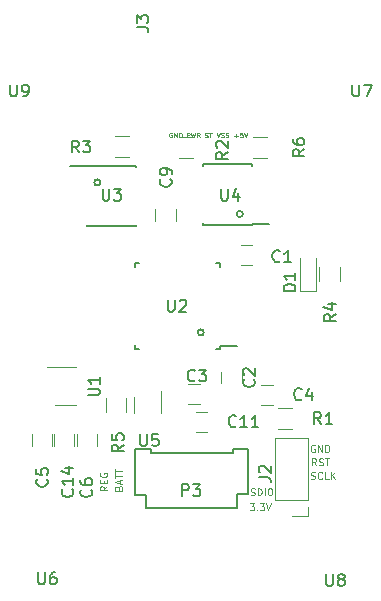
<source format=gto>
G04 #@! TF.GenerationSoftware,KiCad,Pcbnew,(5.0.1)-4*
G04 #@! TF.CreationDate,2019-02-22T19:20:15-06:00*
G04 #@! TF.ProjectId,epoch,65706F63682E6B696361645F70636200,rev?*
G04 #@! TF.SameCoordinates,Original*
G04 #@! TF.FileFunction,Legend,Top*
G04 #@! TF.FilePolarity,Positive*
%FSLAX46Y46*%
G04 Gerber Fmt 4.6, Leading zero omitted, Abs format (unit mm)*
G04 Created by KiCad (PCBNEW (5.0.1)-4) date 2/22/2019 7:20:15 PM*
%MOMM*%
%LPD*%
G01*
G04 APERTURE LIST*
%ADD10C,0.100000*%
%ADD11C,0.125000*%
%ADD12C,0.200000*%
%ADD13C,0.120000*%
%ADD14C,0.150000*%
G04 APERTURE END LIST*
D10*
X113695238Y-55050000D02*
X113657142Y-55030952D01*
X113600000Y-55030952D01*
X113542857Y-55050000D01*
X113504761Y-55088095D01*
X113485714Y-55126190D01*
X113466666Y-55202380D01*
X113466666Y-55259523D01*
X113485714Y-55335714D01*
X113504761Y-55373809D01*
X113542857Y-55411904D01*
X113600000Y-55430952D01*
X113638095Y-55430952D01*
X113695238Y-55411904D01*
X113714285Y-55392857D01*
X113714285Y-55259523D01*
X113638095Y-55259523D01*
X113885714Y-55430952D02*
X113885714Y-55030952D01*
X114114285Y-55430952D01*
X114114285Y-55030952D01*
X114304761Y-55430952D02*
X114304761Y-55030952D01*
X114400000Y-55030952D01*
X114457142Y-55050000D01*
X114495238Y-55088095D01*
X114514285Y-55126190D01*
X114533333Y-55202380D01*
X114533333Y-55259523D01*
X114514285Y-55335714D01*
X114495238Y-55373809D01*
X114457142Y-55411904D01*
X114400000Y-55430952D01*
X114304761Y-55430952D01*
X114966666Y-55430952D02*
X114966666Y-55030952D01*
X115119047Y-55030952D01*
X115157142Y-55050000D01*
X115176190Y-55069047D01*
X115195238Y-55107142D01*
X115195238Y-55164285D01*
X115176190Y-55202380D01*
X115157142Y-55221428D01*
X115119047Y-55240476D01*
X114966666Y-55240476D01*
X115328571Y-55030952D02*
X115423809Y-55430952D01*
X115500000Y-55145238D01*
X115576190Y-55430952D01*
X115671428Y-55030952D01*
X116052380Y-55430952D02*
X115919047Y-55240476D01*
X115823809Y-55430952D02*
X115823809Y-55030952D01*
X115976190Y-55030952D01*
X116014285Y-55050000D01*
X116033333Y-55069047D01*
X116052380Y-55107142D01*
X116052380Y-55164285D01*
X116033333Y-55202380D01*
X116014285Y-55221428D01*
X115976190Y-55240476D01*
X115823809Y-55240476D01*
X116483333Y-55411904D02*
X116540476Y-55430952D01*
X116635714Y-55430952D01*
X116673809Y-55411904D01*
X116692857Y-55392857D01*
X116711904Y-55354761D01*
X116711904Y-55316666D01*
X116692857Y-55278571D01*
X116673809Y-55259523D01*
X116635714Y-55240476D01*
X116559523Y-55221428D01*
X116521428Y-55202380D01*
X116502380Y-55183333D01*
X116483333Y-55145238D01*
X116483333Y-55107142D01*
X116502380Y-55069047D01*
X116521428Y-55050000D01*
X116559523Y-55030952D01*
X116654761Y-55030952D01*
X116711904Y-55050000D01*
X116826190Y-55030952D02*
X117054761Y-55030952D01*
X116940476Y-55430952D02*
X116940476Y-55030952D01*
X117485714Y-55030952D02*
X117619047Y-55430952D01*
X117752380Y-55030952D01*
X117866666Y-55411904D02*
X117923809Y-55430952D01*
X118019047Y-55430952D01*
X118057142Y-55411904D01*
X118076190Y-55392857D01*
X118095238Y-55354761D01*
X118095238Y-55316666D01*
X118076190Y-55278571D01*
X118057142Y-55259523D01*
X118019047Y-55240476D01*
X117942857Y-55221428D01*
X117904761Y-55202380D01*
X117885714Y-55183333D01*
X117866666Y-55145238D01*
X117866666Y-55107142D01*
X117885714Y-55069047D01*
X117904761Y-55050000D01*
X117942857Y-55030952D01*
X118038095Y-55030952D01*
X118095238Y-55050000D01*
X118247619Y-55411904D02*
X118304761Y-55430952D01*
X118400000Y-55430952D01*
X118438095Y-55411904D01*
X118457142Y-55392857D01*
X118476190Y-55354761D01*
X118476190Y-55316666D01*
X118457142Y-55278571D01*
X118438095Y-55259523D01*
X118400000Y-55240476D01*
X118323809Y-55221428D01*
X118285714Y-55202380D01*
X118266666Y-55183333D01*
X118247619Y-55145238D01*
X118247619Y-55107142D01*
X118266666Y-55069047D01*
X118285714Y-55050000D01*
X118323809Y-55030952D01*
X118419047Y-55030952D01*
X118476190Y-55050000D01*
X118985714Y-55278571D02*
X119290476Y-55278571D01*
X119138095Y-55430952D02*
X119138095Y-55126190D01*
X119671428Y-55030952D02*
X119480952Y-55030952D01*
X119461904Y-55221428D01*
X119480952Y-55202380D01*
X119519047Y-55183333D01*
X119614285Y-55183333D01*
X119652380Y-55202380D01*
X119671428Y-55221428D01*
X119690476Y-55259523D01*
X119690476Y-55354761D01*
X119671428Y-55392857D01*
X119652380Y-55411904D01*
X119614285Y-55430952D01*
X119519047Y-55430952D01*
X119480952Y-55411904D01*
X119461904Y-55392857D01*
X119804761Y-55030952D02*
X119938095Y-55430952D01*
X120071428Y-55030952D01*
D11*
X109177142Y-85126428D02*
X109205714Y-85040714D01*
X109234285Y-85012142D01*
X109291428Y-84983571D01*
X109377142Y-84983571D01*
X109434285Y-85012142D01*
X109462857Y-85040714D01*
X109491428Y-85097857D01*
X109491428Y-85326428D01*
X108891428Y-85326428D01*
X108891428Y-85126428D01*
X108920000Y-85069285D01*
X108948571Y-85040714D01*
X109005714Y-85012142D01*
X109062857Y-85012142D01*
X109120000Y-85040714D01*
X109148571Y-85069285D01*
X109177142Y-85126428D01*
X109177142Y-85326428D01*
X109320000Y-84755000D02*
X109320000Y-84469285D01*
X109491428Y-84812142D02*
X108891428Y-84612142D01*
X109491428Y-84412142D01*
X108891428Y-84297857D02*
X108891428Y-83955000D01*
X109491428Y-84126428D02*
X108891428Y-84126428D01*
X108891428Y-83840714D02*
X108891428Y-83497857D01*
X109491428Y-83669285D02*
X108891428Y-83669285D01*
X108221428Y-84967714D02*
X107935714Y-85167714D01*
X108221428Y-85310571D02*
X107621428Y-85310571D01*
X107621428Y-85082000D01*
X107650000Y-85024857D01*
X107678571Y-84996285D01*
X107735714Y-84967714D01*
X107821428Y-84967714D01*
X107878571Y-84996285D01*
X107907142Y-85024857D01*
X107935714Y-85082000D01*
X107935714Y-85310571D01*
X107907142Y-84710571D02*
X107907142Y-84510571D01*
X108221428Y-84424857D02*
X108221428Y-84710571D01*
X107621428Y-84710571D01*
X107621428Y-84424857D01*
X107650000Y-83853428D02*
X107621428Y-83910571D01*
X107621428Y-83996285D01*
X107650000Y-84082000D01*
X107707142Y-84139142D01*
X107764285Y-84167714D01*
X107878571Y-84196285D01*
X107964285Y-84196285D01*
X108078571Y-84167714D01*
X108135714Y-84139142D01*
X108192857Y-84082000D01*
X108221428Y-83996285D01*
X108221428Y-83939142D01*
X108192857Y-83853428D01*
X108164285Y-83824857D01*
X107964285Y-83824857D01*
X107964285Y-83939142D01*
D12*
X116403317Y-71945500D02*
G75*
G03X116403317Y-71945500I-261817J0D01*
G01*
X119705317Y-61912500D02*
G75*
G03X119705317Y-61912500I-261817J0D01*
G01*
D11*
X120272285Y-86412428D02*
X120643714Y-86412428D01*
X120443714Y-86641000D01*
X120529428Y-86641000D01*
X120586571Y-86669571D01*
X120615142Y-86698142D01*
X120643714Y-86755285D01*
X120643714Y-86898142D01*
X120615142Y-86955285D01*
X120586571Y-86983857D01*
X120529428Y-87012428D01*
X120358000Y-87012428D01*
X120300857Y-86983857D01*
X120272285Y-86955285D01*
X120900857Y-86955285D02*
X120929428Y-86983857D01*
X120900857Y-87012428D01*
X120872285Y-86983857D01*
X120900857Y-86955285D01*
X120900857Y-87012428D01*
X121129428Y-86412428D02*
X121500857Y-86412428D01*
X121300857Y-86641000D01*
X121386571Y-86641000D01*
X121443714Y-86669571D01*
X121472285Y-86698142D01*
X121500857Y-86755285D01*
X121500857Y-86898142D01*
X121472285Y-86955285D01*
X121443714Y-86983857D01*
X121386571Y-87012428D01*
X121215142Y-87012428D01*
X121158000Y-86983857D01*
X121129428Y-86955285D01*
X121672285Y-86412428D02*
X121872285Y-87012428D01*
X122072285Y-86412428D01*
X120356428Y-85713857D02*
X120442142Y-85742428D01*
X120585000Y-85742428D01*
X120642142Y-85713857D01*
X120670714Y-85685285D01*
X120699285Y-85628142D01*
X120699285Y-85571000D01*
X120670714Y-85513857D01*
X120642142Y-85485285D01*
X120585000Y-85456714D01*
X120470714Y-85428142D01*
X120413571Y-85399571D01*
X120385000Y-85371000D01*
X120356428Y-85313857D01*
X120356428Y-85256714D01*
X120385000Y-85199571D01*
X120413571Y-85171000D01*
X120470714Y-85142428D01*
X120613571Y-85142428D01*
X120699285Y-85171000D01*
X120956428Y-85742428D02*
X120956428Y-85142428D01*
X121099285Y-85142428D01*
X121185000Y-85171000D01*
X121242142Y-85228142D01*
X121270714Y-85285285D01*
X121299285Y-85399571D01*
X121299285Y-85485285D01*
X121270714Y-85599571D01*
X121242142Y-85656714D01*
X121185000Y-85713857D01*
X121099285Y-85742428D01*
X120956428Y-85742428D01*
X121556428Y-85742428D02*
X121556428Y-85142428D01*
X121956428Y-85142428D02*
X122070714Y-85142428D01*
X122127857Y-85171000D01*
X122185000Y-85228142D01*
X122213571Y-85342428D01*
X122213571Y-85542428D01*
X122185000Y-85656714D01*
X122127857Y-85713857D01*
X122070714Y-85742428D01*
X121956428Y-85742428D01*
X121899285Y-85713857D01*
X121842142Y-85656714D01*
X121813571Y-85542428D01*
X121813571Y-85342428D01*
X121842142Y-85228142D01*
X121899285Y-85171000D01*
X121956428Y-85142428D01*
X125477714Y-84316857D02*
X125563428Y-84345428D01*
X125706285Y-84345428D01*
X125763428Y-84316857D01*
X125792000Y-84288285D01*
X125820571Y-84231142D01*
X125820571Y-84174000D01*
X125792000Y-84116857D01*
X125763428Y-84088285D01*
X125706285Y-84059714D01*
X125592000Y-84031142D01*
X125534857Y-84002571D01*
X125506285Y-83974000D01*
X125477714Y-83916857D01*
X125477714Y-83859714D01*
X125506285Y-83802571D01*
X125534857Y-83774000D01*
X125592000Y-83745428D01*
X125734857Y-83745428D01*
X125820571Y-83774000D01*
X126420571Y-84288285D02*
X126392000Y-84316857D01*
X126306285Y-84345428D01*
X126249142Y-84345428D01*
X126163428Y-84316857D01*
X126106285Y-84259714D01*
X126077714Y-84202571D01*
X126049142Y-84088285D01*
X126049142Y-84002571D01*
X126077714Y-83888285D01*
X126106285Y-83831142D01*
X126163428Y-83774000D01*
X126249142Y-83745428D01*
X126306285Y-83745428D01*
X126392000Y-83774000D01*
X126420571Y-83802571D01*
X126963428Y-84345428D02*
X126677714Y-84345428D01*
X126677714Y-83745428D01*
X127163428Y-84345428D02*
X127163428Y-83745428D01*
X127506285Y-84345428D02*
X127249142Y-84002571D01*
X127506285Y-83745428D02*
X127163428Y-84088285D01*
X125909428Y-83202428D02*
X125709428Y-82916714D01*
X125566571Y-83202428D02*
X125566571Y-82602428D01*
X125795142Y-82602428D01*
X125852285Y-82631000D01*
X125880857Y-82659571D01*
X125909428Y-82716714D01*
X125909428Y-82802428D01*
X125880857Y-82859571D01*
X125852285Y-82888142D01*
X125795142Y-82916714D01*
X125566571Y-82916714D01*
X126138000Y-83173857D02*
X126223714Y-83202428D01*
X126366571Y-83202428D01*
X126423714Y-83173857D01*
X126452285Y-83145285D01*
X126480857Y-83088142D01*
X126480857Y-83031000D01*
X126452285Y-82973857D01*
X126423714Y-82945285D01*
X126366571Y-82916714D01*
X126252285Y-82888142D01*
X126195142Y-82859571D01*
X126166571Y-82831000D01*
X126138000Y-82773857D01*
X126138000Y-82716714D01*
X126166571Y-82659571D01*
X126195142Y-82631000D01*
X126252285Y-82602428D01*
X126395142Y-82602428D01*
X126480857Y-82631000D01*
X126652285Y-82602428D02*
X126995142Y-82602428D01*
X126823714Y-83202428D02*
X126823714Y-82602428D01*
X125780857Y-81488000D02*
X125723714Y-81459428D01*
X125638000Y-81459428D01*
X125552285Y-81488000D01*
X125495142Y-81545142D01*
X125466571Y-81602285D01*
X125438000Y-81716571D01*
X125438000Y-81802285D01*
X125466571Y-81916571D01*
X125495142Y-81973714D01*
X125552285Y-82030857D01*
X125638000Y-82059428D01*
X125695142Y-82059428D01*
X125780857Y-82030857D01*
X125809428Y-82002285D01*
X125809428Y-81802285D01*
X125695142Y-81802285D01*
X126066571Y-82059428D02*
X126066571Y-81459428D01*
X126409428Y-82059428D01*
X126409428Y-81459428D01*
X126695142Y-82059428D02*
X126695142Y-81459428D01*
X126838000Y-81459428D01*
X126923714Y-81488000D01*
X126980857Y-81545142D01*
X127009428Y-81602285D01*
X127038000Y-81716571D01*
X127038000Y-81802285D01*
X127009428Y-81916571D01*
X126980857Y-81973714D01*
X126923714Y-82030857D01*
X126838000Y-82059428D01*
X126695142Y-82059428D01*
D12*
X107640317Y-59245500D02*
G75*
G03X107640317Y-59245500I-261817J0D01*
G01*
D13*
G04 #@! TO.C,U1*
X103811500Y-78127500D02*
X105611500Y-78127500D01*
X105611500Y-74907500D02*
X103161500Y-74907500D01*
D14*
G04 #@! TO.C,P3*
X117800000Y-82123000D02*
X118900000Y-82123000D01*
X118900000Y-82123000D02*
X118900000Y-81823000D01*
X118900000Y-81823000D02*
X120100000Y-81823000D01*
X120100000Y-81823000D02*
X120100000Y-85623000D01*
X120100000Y-85623000D02*
X119200000Y-85623000D01*
X119200000Y-85623000D02*
X119200000Y-86823000D01*
X119200000Y-86823000D02*
X111500000Y-86823000D01*
X111500000Y-86823000D02*
X111500000Y-85723000D01*
X111500000Y-85723000D02*
X110600000Y-85723000D01*
X110600000Y-85723000D02*
X110600000Y-81823000D01*
X110600000Y-81823000D02*
X111900000Y-81823000D01*
X111900000Y-81823000D02*
X111900000Y-82123000D01*
X111900000Y-82123000D02*
X117800000Y-82123000D01*
D13*
G04 #@! TO.C,C1*
X120515000Y-64555000D02*
X119515000Y-64555000D01*
X119515000Y-66255000D02*
X120515000Y-66255000D01*
G04 #@! TO.C,C2*
X119595000Y-76255500D02*
X119595000Y-75255500D01*
X117895000Y-75255500D02*
X117895000Y-76255500D01*
G04 #@! TO.C,C3*
X116070000Y-76302500D02*
X115070000Y-76302500D01*
X115070000Y-78002500D02*
X116070000Y-78002500D01*
G04 #@! TO.C,C4*
X121229500Y-78066000D02*
X122229500Y-78066000D01*
X122229500Y-76366000D02*
X121229500Y-76366000D01*
G04 #@! TO.C,C5*
X101829500Y-80526000D02*
X101829500Y-81526000D01*
X103529500Y-81526000D02*
X103529500Y-80526000D01*
G04 #@! TO.C,C6*
X107339500Y-81526000D02*
X107339500Y-80526000D01*
X105639500Y-80526000D02*
X105639500Y-81526000D01*
G04 #@! TO.C,C9*
X112307000Y-61476000D02*
X112307000Y-62476000D01*
X114007000Y-62476000D02*
X114007000Y-61476000D01*
G04 #@! TO.C,C11*
X116705000Y-78652000D02*
X115705000Y-78652000D01*
X115705000Y-80352000D02*
X116705000Y-80352000D01*
G04 #@! TO.C,C14*
X105434500Y-81526000D02*
X105434500Y-80526000D01*
X103734500Y-80526000D02*
X103734500Y-81526000D01*
G04 #@! TO.C,J2*
X125215000Y-86106000D02*
X125215000Y-80906000D01*
X125215000Y-80906000D02*
X122435000Y-80906000D01*
X122435000Y-80906000D02*
X122435000Y-86106000D01*
X122435000Y-86106000D02*
X125215000Y-86106000D01*
X125215000Y-86741000D02*
X125215000Y-87496000D01*
X125215000Y-87496000D02*
X123825000Y-87496000D01*
G04 #@! TO.C,R1*
X122653500Y-78368000D02*
X123853500Y-78368000D01*
X123853500Y-80128000D02*
X122653500Y-80128000D01*
G04 #@! TO.C,R2*
X114271500Y-55381000D02*
X115471500Y-55381000D01*
X115471500Y-57141000D02*
X114271500Y-57141000D01*
G04 #@! TO.C,R3*
X110074000Y-57077500D02*
X108874000Y-57077500D01*
X108874000Y-55317500D02*
X110074000Y-55317500D01*
G04 #@! TO.C,R5*
X109846000Y-77505000D02*
X109846000Y-78705000D01*
X108086000Y-78705000D02*
X108086000Y-77505000D01*
D14*
G04 #@! TO.C,U2*
X117798000Y-73348000D02*
X117798000Y-73123000D01*
X110548000Y-73348000D02*
X110548000Y-73023000D01*
X110548000Y-66098000D02*
X110548000Y-66423000D01*
X117798000Y-66098000D02*
X117798000Y-66423000D01*
X117798000Y-73348000D02*
X117473000Y-73348000D01*
X117798000Y-66098000D02*
X117473000Y-66098000D01*
X110548000Y-66098000D02*
X110873000Y-66098000D01*
X110548000Y-73348000D02*
X110873000Y-73348000D01*
X117798000Y-73123000D02*
X119223000Y-73123000D01*
G04 #@! TO.C,U3*
X106510000Y-57813500D02*
X106510000Y-57863500D01*
X110660000Y-57813500D02*
X110660000Y-57958500D01*
X110660000Y-62963500D02*
X110660000Y-62818500D01*
X106510000Y-62963500D02*
X106510000Y-62818500D01*
X106510000Y-57813500D02*
X110660000Y-57813500D01*
X106510000Y-62963500D02*
X110660000Y-62963500D01*
X106510000Y-57863500D02*
X105110000Y-57863500D01*
G04 #@! TO.C,U4*
X120502500Y-62836500D02*
X120502500Y-62786500D01*
X116352500Y-62836500D02*
X116352500Y-62691500D01*
X116352500Y-57686500D02*
X116352500Y-57831500D01*
X120502500Y-57686500D02*
X120502500Y-57831500D01*
X120502500Y-62836500D02*
X116352500Y-62836500D01*
X120502500Y-57686500D02*
X116352500Y-57686500D01*
X120502500Y-62786500D02*
X121902500Y-62786500D01*
D13*
G04 #@! TO.C,U5*
X112793000Y-78805000D02*
X112793000Y-76905000D01*
X110473000Y-77405000D02*
X110473000Y-78805000D01*
G04 #@! TO.C,R4*
X127943500Y-66392500D02*
X127943500Y-67592500D01*
X126183500Y-67592500D02*
X126183500Y-66392500D01*
G04 #@! TO.C,R6*
X121758000Y-57141000D02*
X120558000Y-57141000D01*
X120558000Y-55381000D02*
X121758000Y-55381000D01*
G04 #@! TO.C,D1*
X124522000Y-68475000D02*
X125922000Y-68475000D01*
X125922000Y-68475000D02*
X125922000Y-65675000D01*
X124522000Y-68475000D02*
X124522000Y-65675000D01*
G04 #@! TO.C,J3*
D14*
X110702380Y-46083333D02*
X111416666Y-46083333D01*
X111559523Y-46130952D01*
X111654761Y-46226190D01*
X111702380Y-46369047D01*
X111702380Y-46464285D01*
X110702380Y-45702380D02*
X110702380Y-45083333D01*
X111083333Y-45416666D01*
X111083333Y-45273809D01*
X111130952Y-45178571D01*
X111178571Y-45130952D01*
X111273809Y-45083333D01*
X111511904Y-45083333D01*
X111607142Y-45130952D01*
X111654761Y-45178571D01*
X111702380Y-45273809D01*
X111702380Y-45559523D01*
X111654761Y-45654761D01*
X111607142Y-45702380D01*
G04 #@! TO.C,U1*
X106576880Y-77279404D02*
X107386404Y-77279404D01*
X107481642Y-77231785D01*
X107529261Y-77184166D01*
X107576880Y-77088928D01*
X107576880Y-76898452D01*
X107529261Y-76803214D01*
X107481642Y-76755595D01*
X107386404Y-76707976D01*
X106576880Y-76707976D01*
X107576880Y-75707976D02*
X107576880Y-76279404D01*
X107576880Y-75993690D02*
X106576880Y-75993690D01*
X106719738Y-76088928D01*
X106814976Y-76184166D01*
X106862595Y-76279404D01*
G04 #@! TO.C,P3*
X114577904Y-85796380D02*
X114577904Y-84796380D01*
X114958857Y-84796380D01*
X115054095Y-84844000D01*
X115101714Y-84891619D01*
X115149333Y-84986857D01*
X115149333Y-85129714D01*
X115101714Y-85224952D01*
X115054095Y-85272571D01*
X114958857Y-85320190D01*
X114577904Y-85320190D01*
X115482666Y-84796380D02*
X116101714Y-84796380D01*
X115768380Y-85177333D01*
X115911238Y-85177333D01*
X116006476Y-85224952D01*
X116054095Y-85272571D01*
X116101714Y-85367809D01*
X116101714Y-85605904D01*
X116054095Y-85701142D01*
X116006476Y-85748761D01*
X115911238Y-85796380D01*
X115625523Y-85796380D01*
X115530285Y-85748761D01*
X115482666Y-85701142D01*
G04 #@! TO.C,C1*
X122832833Y-65889142D02*
X122785214Y-65936761D01*
X122642357Y-65984380D01*
X122547119Y-65984380D01*
X122404261Y-65936761D01*
X122309023Y-65841523D01*
X122261404Y-65746285D01*
X122213785Y-65555809D01*
X122213785Y-65412952D01*
X122261404Y-65222476D01*
X122309023Y-65127238D01*
X122404261Y-65032000D01*
X122547119Y-64984380D01*
X122642357Y-64984380D01*
X122785214Y-65032000D01*
X122832833Y-65079619D01*
X123785214Y-65984380D02*
X123213785Y-65984380D01*
X123499500Y-65984380D02*
X123499500Y-64984380D01*
X123404261Y-65127238D01*
X123309023Y-65222476D01*
X123213785Y-65270095D01*
G04 #@! TO.C,C2*
X120626142Y-75922166D02*
X120673761Y-75969785D01*
X120721380Y-76112642D01*
X120721380Y-76207880D01*
X120673761Y-76350738D01*
X120578523Y-76445976D01*
X120483285Y-76493595D01*
X120292809Y-76541214D01*
X120149952Y-76541214D01*
X119959476Y-76493595D01*
X119864238Y-76445976D01*
X119769000Y-76350738D01*
X119721380Y-76207880D01*
X119721380Y-76112642D01*
X119769000Y-75969785D01*
X119816619Y-75922166D01*
X119816619Y-75541214D02*
X119769000Y-75493595D01*
X119721380Y-75398357D01*
X119721380Y-75160261D01*
X119769000Y-75065023D01*
X119816619Y-75017404D01*
X119911857Y-74969785D01*
X120007095Y-74969785D01*
X120149952Y-75017404D01*
X120721380Y-75588833D01*
X120721380Y-74969785D01*
G04 #@! TO.C,C3*
X115657333Y-75985642D02*
X115609714Y-76033261D01*
X115466857Y-76080880D01*
X115371619Y-76080880D01*
X115228761Y-76033261D01*
X115133523Y-75938023D01*
X115085904Y-75842785D01*
X115038285Y-75652309D01*
X115038285Y-75509452D01*
X115085904Y-75318976D01*
X115133523Y-75223738D01*
X115228761Y-75128500D01*
X115371619Y-75080880D01*
X115466857Y-75080880D01*
X115609714Y-75128500D01*
X115657333Y-75176119D01*
X115990666Y-75080880D02*
X116609714Y-75080880D01*
X116276380Y-75461833D01*
X116419238Y-75461833D01*
X116514476Y-75509452D01*
X116562095Y-75557071D01*
X116609714Y-75652309D01*
X116609714Y-75890404D01*
X116562095Y-75985642D01*
X116514476Y-76033261D01*
X116419238Y-76080880D01*
X116133523Y-76080880D01*
X116038285Y-76033261D01*
X115990666Y-75985642D01*
G04 #@! TO.C,C4*
X124674333Y-77573142D02*
X124626714Y-77620761D01*
X124483857Y-77668380D01*
X124388619Y-77668380D01*
X124245761Y-77620761D01*
X124150523Y-77525523D01*
X124102904Y-77430285D01*
X124055285Y-77239809D01*
X124055285Y-77096952D01*
X124102904Y-76906476D01*
X124150523Y-76811238D01*
X124245761Y-76716000D01*
X124388619Y-76668380D01*
X124483857Y-76668380D01*
X124626714Y-76716000D01*
X124674333Y-76763619D01*
X125531476Y-77001714D02*
X125531476Y-77668380D01*
X125293380Y-76620761D02*
X125055285Y-77335047D01*
X125674333Y-77335047D01*
G04 #@! TO.C,C5*
X103100142Y-84367666D02*
X103147761Y-84415285D01*
X103195380Y-84558142D01*
X103195380Y-84653380D01*
X103147761Y-84796238D01*
X103052523Y-84891476D01*
X102957285Y-84939095D01*
X102766809Y-84986714D01*
X102623952Y-84986714D01*
X102433476Y-84939095D01*
X102338238Y-84891476D01*
X102243000Y-84796238D01*
X102195380Y-84653380D01*
X102195380Y-84558142D01*
X102243000Y-84415285D01*
X102290619Y-84367666D01*
X102195380Y-83462904D02*
X102195380Y-83939095D01*
X102671571Y-83986714D01*
X102623952Y-83939095D01*
X102576333Y-83843857D01*
X102576333Y-83605761D01*
X102623952Y-83510523D01*
X102671571Y-83462904D01*
X102766809Y-83415285D01*
X103004904Y-83415285D01*
X103100142Y-83462904D01*
X103147761Y-83510523D01*
X103195380Y-83605761D01*
X103195380Y-83843857D01*
X103147761Y-83939095D01*
X103100142Y-83986714D01*
G04 #@! TO.C,C6*
X106846642Y-85256666D02*
X106894261Y-85304285D01*
X106941880Y-85447142D01*
X106941880Y-85542380D01*
X106894261Y-85685238D01*
X106799023Y-85780476D01*
X106703785Y-85828095D01*
X106513309Y-85875714D01*
X106370452Y-85875714D01*
X106179976Y-85828095D01*
X106084738Y-85780476D01*
X105989500Y-85685238D01*
X105941880Y-85542380D01*
X105941880Y-85447142D01*
X105989500Y-85304285D01*
X106037119Y-85256666D01*
X105941880Y-84399523D02*
X105941880Y-84590000D01*
X105989500Y-84685238D01*
X106037119Y-84732857D01*
X106179976Y-84828095D01*
X106370452Y-84875714D01*
X106751404Y-84875714D01*
X106846642Y-84828095D01*
X106894261Y-84780476D01*
X106941880Y-84685238D01*
X106941880Y-84494761D01*
X106894261Y-84399523D01*
X106846642Y-84351904D01*
X106751404Y-84304285D01*
X106513309Y-84304285D01*
X106418071Y-84351904D01*
X106370452Y-84399523D01*
X106322833Y-84494761D01*
X106322833Y-84685238D01*
X106370452Y-84780476D01*
X106418071Y-84828095D01*
X106513309Y-84875714D01*
G04 #@! TO.C,C9*
X113577642Y-58967666D02*
X113625261Y-59015285D01*
X113672880Y-59158142D01*
X113672880Y-59253380D01*
X113625261Y-59396238D01*
X113530023Y-59491476D01*
X113434785Y-59539095D01*
X113244309Y-59586714D01*
X113101452Y-59586714D01*
X112910976Y-59539095D01*
X112815738Y-59491476D01*
X112720500Y-59396238D01*
X112672880Y-59253380D01*
X112672880Y-59158142D01*
X112720500Y-59015285D01*
X112768119Y-58967666D01*
X113672880Y-58491476D02*
X113672880Y-58301000D01*
X113625261Y-58205761D01*
X113577642Y-58158142D01*
X113434785Y-58062904D01*
X113244309Y-58015285D01*
X112863357Y-58015285D01*
X112768119Y-58062904D01*
X112720500Y-58110523D01*
X112672880Y-58205761D01*
X112672880Y-58396238D01*
X112720500Y-58491476D01*
X112768119Y-58539095D01*
X112863357Y-58586714D01*
X113101452Y-58586714D01*
X113196690Y-58539095D01*
X113244309Y-58491476D01*
X113291928Y-58396238D01*
X113291928Y-58205761D01*
X113244309Y-58110523D01*
X113196690Y-58062904D01*
X113101452Y-58015285D01*
G04 #@! TO.C,C11*
X119118142Y-79859142D02*
X119070523Y-79906761D01*
X118927666Y-79954380D01*
X118832428Y-79954380D01*
X118689571Y-79906761D01*
X118594333Y-79811523D01*
X118546714Y-79716285D01*
X118499095Y-79525809D01*
X118499095Y-79382952D01*
X118546714Y-79192476D01*
X118594333Y-79097238D01*
X118689571Y-79002000D01*
X118832428Y-78954380D01*
X118927666Y-78954380D01*
X119070523Y-79002000D01*
X119118142Y-79049619D01*
X120070523Y-79954380D02*
X119499095Y-79954380D01*
X119784809Y-79954380D02*
X119784809Y-78954380D01*
X119689571Y-79097238D01*
X119594333Y-79192476D01*
X119499095Y-79240095D01*
X121022904Y-79954380D02*
X120451476Y-79954380D01*
X120737190Y-79954380D02*
X120737190Y-78954380D01*
X120641952Y-79097238D01*
X120546714Y-79192476D01*
X120451476Y-79240095D01*
G04 #@! TO.C,C14*
X105259142Y-85224857D02*
X105306761Y-85272476D01*
X105354380Y-85415333D01*
X105354380Y-85510571D01*
X105306761Y-85653428D01*
X105211523Y-85748666D01*
X105116285Y-85796285D01*
X104925809Y-85843904D01*
X104782952Y-85843904D01*
X104592476Y-85796285D01*
X104497238Y-85748666D01*
X104402000Y-85653428D01*
X104354380Y-85510571D01*
X104354380Y-85415333D01*
X104402000Y-85272476D01*
X104449619Y-85224857D01*
X105354380Y-84272476D02*
X105354380Y-84843904D01*
X105354380Y-84558190D02*
X104354380Y-84558190D01*
X104497238Y-84653428D01*
X104592476Y-84748666D01*
X104640095Y-84843904D01*
X104687714Y-83415333D02*
X105354380Y-83415333D01*
X104306761Y-83653428D02*
X105021047Y-83891523D01*
X105021047Y-83272476D01*
G04 #@! TO.C,J2*
X121054880Y-84216833D02*
X121769166Y-84216833D01*
X121912023Y-84264452D01*
X122007261Y-84359690D01*
X122054880Y-84502547D01*
X122054880Y-84597785D01*
X121150119Y-83788261D02*
X121102500Y-83740642D01*
X121054880Y-83645404D01*
X121054880Y-83407309D01*
X121102500Y-83312071D01*
X121150119Y-83264452D01*
X121245357Y-83216833D01*
X121340595Y-83216833D01*
X121483452Y-83264452D01*
X122054880Y-83835880D01*
X122054880Y-83216833D01*
G04 #@! TO.C,R1*
X126325333Y-79700380D02*
X125992000Y-79224190D01*
X125753904Y-79700380D02*
X125753904Y-78700380D01*
X126134857Y-78700380D01*
X126230095Y-78748000D01*
X126277714Y-78795619D01*
X126325333Y-78890857D01*
X126325333Y-79033714D01*
X126277714Y-79128952D01*
X126230095Y-79176571D01*
X126134857Y-79224190D01*
X125753904Y-79224190D01*
X127277714Y-79700380D02*
X126706285Y-79700380D01*
X126992000Y-79700380D02*
X126992000Y-78700380D01*
X126896761Y-78843238D01*
X126801523Y-78938476D01*
X126706285Y-78986095D01*
G04 #@! TO.C,R2*
X118452380Y-56666666D02*
X117976190Y-57000000D01*
X118452380Y-57238095D02*
X117452380Y-57238095D01*
X117452380Y-56857142D01*
X117500000Y-56761904D01*
X117547619Y-56714285D01*
X117642857Y-56666666D01*
X117785714Y-56666666D01*
X117880952Y-56714285D01*
X117928571Y-56761904D01*
X117976190Y-56857142D01*
X117976190Y-57238095D01*
X117547619Y-56285714D02*
X117500000Y-56238095D01*
X117452380Y-56142857D01*
X117452380Y-55904761D01*
X117500000Y-55809523D01*
X117547619Y-55761904D01*
X117642857Y-55714285D01*
X117738095Y-55714285D01*
X117880952Y-55761904D01*
X118452380Y-56333333D01*
X118452380Y-55714285D01*
G04 #@! TO.C,R3*
X105833333Y-56702380D02*
X105500000Y-56226190D01*
X105261904Y-56702380D02*
X105261904Y-55702380D01*
X105642857Y-55702380D01*
X105738095Y-55750000D01*
X105785714Y-55797619D01*
X105833333Y-55892857D01*
X105833333Y-56035714D01*
X105785714Y-56130952D01*
X105738095Y-56178571D01*
X105642857Y-56226190D01*
X105261904Y-56226190D01*
X106166666Y-55702380D02*
X106785714Y-55702380D01*
X106452380Y-56083333D01*
X106595238Y-56083333D01*
X106690476Y-56130952D01*
X106738095Y-56178571D01*
X106785714Y-56273809D01*
X106785714Y-56511904D01*
X106738095Y-56607142D01*
X106690476Y-56654761D01*
X106595238Y-56702380D01*
X106309523Y-56702380D01*
X106214285Y-56654761D01*
X106166666Y-56607142D01*
G04 #@! TO.C,R5*
X109608880Y-81446666D02*
X109132690Y-81780000D01*
X109608880Y-82018095D02*
X108608880Y-82018095D01*
X108608880Y-81637142D01*
X108656500Y-81541904D01*
X108704119Y-81494285D01*
X108799357Y-81446666D01*
X108942214Y-81446666D01*
X109037452Y-81494285D01*
X109085071Y-81541904D01*
X109132690Y-81637142D01*
X109132690Y-82018095D01*
X108608880Y-80541904D02*
X108608880Y-81018095D01*
X109085071Y-81065714D01*
X109037452Y-81018095D01*
X108989833Y-80922857D01*
X108989833Y-80684761D01*
X109037452Y-80589523D01*
X109085071Y-80541904D01*
X109180309Y-80494285D01*
X109418404Y-80494285D01*
X109513642Y-80541904D01*
X109561261Y-80589523D01*
X109608880Y-80684761D01*
X109608880Y-80922857D01*
X109561261Y-81018095D01*
X109513642Y-81065714D01*
G04 #@! TO.C,U2*
X113347595Y-69175380D02*
X113347595Y-69984904D01*
X113395214Y-70080142D01*
X113442833Y-70127761D01*
X113538071Y-70175380D01*
X113728547Y-70175380D01*
X113823785Y-70127761D01*
X113871404Y-70080142D01*
X113919023Y-69984904D01*
X113919023Y-69175380D01*
X114347595Y-69270619D02*
X114395214Y-69223000D01*
X114490452Y-69175380D01*
X114728547Y-69175380D01*
X114823785Y-69223000D01*
X114871404Y-69270619D01*
X114919023Y-69365857D01*
X114919023Y-69461095D01*
X114871404Y-69603952D01*
X114299976Y-70175380D01*
X114919023Y-70175380D01*
G04 #@! TO.C,U3*
X107823095Y-59777380D02*
X107823095Y-60586904D01*
X107870714Y-60682142D01*
X107918333Y-60729761D01*
X108013571Y-60777380D01*
X108204047Y-60777380D01*
X108299285Y-60729761D01*
X108346904Y-60682142D01*
X108394523Y-60586904D01*
X108394523Y-59777380D01*
X108775476Y-59777380D02*
X109394523Y-59777380D01*
X109061190Y-60158333D01*
X109204047Y-60158333D01*
X109299285Y-60205952D01*
X109346904Y-60253571D01*
X109394523Y-60348809D01*
X109394523Y-60586904D01*
X109346904Y-60682142D01*
X109299285Y-60729761D01*
X109204047Y-60777380D01*
X108918333Y-60777380D01*
X108823095Y-60729761D01*
X108775476Y-60682142D01*
G04 #@! TO.C,U4*
X117856095Y-59777380D02*
X117856095Y-60586904D01*
X117903714Y-60682142D01*
X117951333Y-60729761D01*
X118046571Y-60777380D01*
X118237047Y-60777380D01*
X118332285Y-60729761D01*
X118379904Y-60682142D01*
X118427523Y-60586904D01*
X118427523Y-59777380D01*
X119332285Y-60110714D02*
X119332285Y-60777380D01*
X119094190Y-59729761D02*
X118856095Y-60444047D01*
X119475142Y-60444047D01*
G04 #@! TO.C,U5*
X110998095Y-80541880D02*
X110998095Y-81351404D01*
X111045714Y-81446642D01*
X111093333Y-81494261D01*
X111188571Y-81541880D01*
X111379047Y-81541880D01*
X111474285Y-81494261D01*
X111521904Y-81446642D01*
X111569523Y-81351404D01*
X111569523Y-80541880D01*
X112521904Y-80541880D02*
X112045714Y-80541880D01*
X111998095Y-81018071D01*
X112045714Y-80970452D01*
X112140952Y-80922833D01*
X112379047Y-80922833D01*
X112474285Y-80970452D01*
X112521904Y-81018071D01*
X112569523Y-81113309D01*
X112569523Y-81351404D01*
X112521904Y-81446642D01*
X112474285Y-81494261D01*
X112379047Y-81541880D01*
X112140952Y-81541880D01*
X112045714Y-81494261D01*
X111998095Y-81446642D01*
G04 #@! TO.C,R4*
X127579380Y-70397666D02*
X127103190Y-70731000D01*
X127579380Y-70969095D02*
X126579380Y-70969095D01*
X126579380Y-70588142D01*
X126627000Y-70492904D01*
X126674619Y-70445285D01*
X126769857Y-70397666D01*
X126912714Y-70397666D01*
X127007952Y-70445285D01*
X127055571Y-70492904D01*
X127103190Y-70588142D01*
X127103190Y-70969095D01*
X126912714Y-69540523D02*
X127579380Y-69540523D01*
X126531761Y-69778619D02*
X127246047Y-70016714D01*
X127246047Y-69397666D01*
G04 #@! TO.C,R6*
X124912380Y-56427666D02*
X124436190Y-56761000D01*
X124912380Y-56999095D02*
X123912380Y-56999095D01*
X123912380Y-56618142D01*
X123960000Y-56522904D01*
X124007619Y-56475285D01*
X124102857Y-56427666D01*
X124245714Y-56427666D01*
X124340952Y-56475285D01*
X124388571Y-56522904D01*
X124436190Y-56618142D01*
X124436190Y-56999095D01*
X123912380Y-55570523D02*
X123912380Y-55761000D01*
X123960000Y-55856238D01*
X124007619Y-55903857D01*
X124150476Y-55999095D01*
X124340952Y-56046714D01*
X124721904Y-56046714D01*
X124817142Y-55999095D01*
X124864761Y-55951476D01*
X124912380Y-55856238D01*
X124912380Y-55665761D01*
X124864761Y-55570523D01*
X124817142Y-55522904D01*
X124721904Y-55475285D01*
X124483809Y-55475285D01*
X124388571Y-55522904D01*
X124340952Y-55570523D01*
X124293333Y-55665761D01*
X124293333Y-55856238D01*
X124340952Y-55951476D01*
X124388571Y-55999095D01*
X124483809Y-56046714D01*
G04 #@! TO.C,D1*
X124150380Y-68429095D02*
X123150380Y-68429095D01*
X123150380Y-68191000D01*
X123198000Y-68048142D01*
X123293238Y-67952904D01*
X123388476Y-67905285D01*
X123578952Y-67857666D01*
X123721809Y-67857666D01*
X123912285Y-67905285D01*
X124007523Y-67952904D01*
X124102761Y-68048142D01*
X124150380Y-68191000D01*
X124150380Y-68429095D01*
X124150380Y-66905285D02*
X124150380Y-67476714D01*
X124150380Y-67191000D02*
X123150380Y-67191000D01*
X123293238Y-67286238D01*
X123388476Y-67381476D01*
X123436095Y-67476714D01*
G04 #@! TO.C,U6*
X102362095Y-92266380D02*
X102362095Y-93075904D01*
X102409714Y-93171142D01*
X102457333Y-93218761D01*
X102552571Y-93266380D01*
X102743047Y-93266380D01*
X102838285Y-93218761D01*
X102885904Y-93171142D01*
X102933523Y-93075904D01*
X102933523Y-92266380D01*
X103838285Y-92266380D02*
X103647809Y-92266380D01*
X103552571Y-92314000D01*
X103504952Y-92361619D01*
X103409714Y-92504476D01*
X103362095Y-92694952D01*
X103362095Y-93075904D01*
X103409714Y-93171142D01*
X103457333Y-93218761D01*
X103552571Y-93266380D01*
X103743047Y-93266380D01*
X103838285Y-93218761D01*
X103885904Y-93171142D01*
X103933523Y-93075904D01*
X103933523Y-92837809D01*
X103885904Y-92742571D01*
X103838285Y-92694952D01*
X103743047Y-92647333D01*
X103552571Y-92647333D01*
X103457333Y-92694952D01*
X103409714Y-92742571D01*
X103362095Y-92837809D01*
G04 #@! TO.C,U7*
X128988095Y-50952380D02*
X128988095Y-51761904D01*
X129035714Y-51857142D01*
X129083333Y-51904761D01*
X129178571Y-51952380D01*
X129369047Y-51952380D01*
X129464285Y-51904761D01*
X129511904Y-51857142D01*
X129559523Y-51761904D01*
X129559523Y-50952380D01*
X129940476Y-50952380D02*
X130607142Y-50952380D01*
X130178571Y-51952380D01*
G04 #@! TO.C,U8*
X126746095Y-92393380D02*
X126746095Y-93202904D01*
X126793714Y-93298142D01*
X126841333Y-93345761D01*
X126936571Y-93393380D01*
X127127047Y-93393380D01*
X127222285Y-93345761D01*
X127269904Y-93298142D01*
X127317523Y-93202904D01*
X127317523Y-92393380D01*
X127936571Y-92821952D02*
X127841333Y-92774333D01*
X127793714Y-92726714D01*
X127746095Y-92631476D01*
X127746095Y-92583857D01*
X127793714Y-92488619D01*
X127841333Y-92441000D01*
X127936571Y-92393380D01*
X128127047Y-92393380D01*
X128222285Y-92441000D01*
X128269904Y-92488619D01*
X128317523Y-92583857D01*
X128317523Y-92631476D01*
X128269904Y-92726714D01*
X128222285Y-92774333D01*
X128127047Y-92821952D01*
X127936571Y-92821952D01*
X127841333Y-92869571D01*
X127793714Y-92917190D01*
X127746095Y-93012428D01*
X127746095Y-93202904D01*
X127793714Y-93298142D01*
X127841333Y-93345761D01*
X127936571Y-93393380D01*
X128127047Y-93393380D01*
X128222285Y-93345761D01*
X128269904Y-93298142D01*
X128317523Y-93202904D01*
X128317523Y-93012428D01*
X128269904Y-92917190D01*
X128222285Y-92869571D01*
X128127047Y-92821952D01*
G04 #@! TO.C,U9*
X99988095Y-50952380D02*
X99988095Y-51761904D01*
X100035714Y-51857142D01*
X100083333Y-51904761D01*
X100178571Y-51952380D01*
X100369047Y-51952380D01*
X100464285Y-51904761D01*
X100511904Y-51857142D01*
X100559523Y-51761904D01*
X100559523Y-50952380D01*
X101083333Y-51952380D02*
X101273809Y-51952380D01*
X101369047Y-51904761D01*
X101416666Y-51857142D01*
X101511904Y-51714285D01*
X101559523Y-51523809D01*
X101559523Y-51142857D01*
X101511904Y-51047619D01*
X101464285Y-51000000D01*
X101369047Y-50952380D01*
X101178571Y-50952380D01*
X101083333Y-51000000D01*
X101035714Y-51047619D01*
X100988095Y-51142857D01*
X100988095Y-51380952D01*
X101035714Y-51476190D01*
X101083333Y-51523809D01*
X101178571Y-51571428D01*
X101369047Y-51571428D01*
X101464285Y-51523809D01*
X101511904Y-51476190D01*
X101559523Y-51380952D01*
G04 #@! TD*
M02*

</source>
